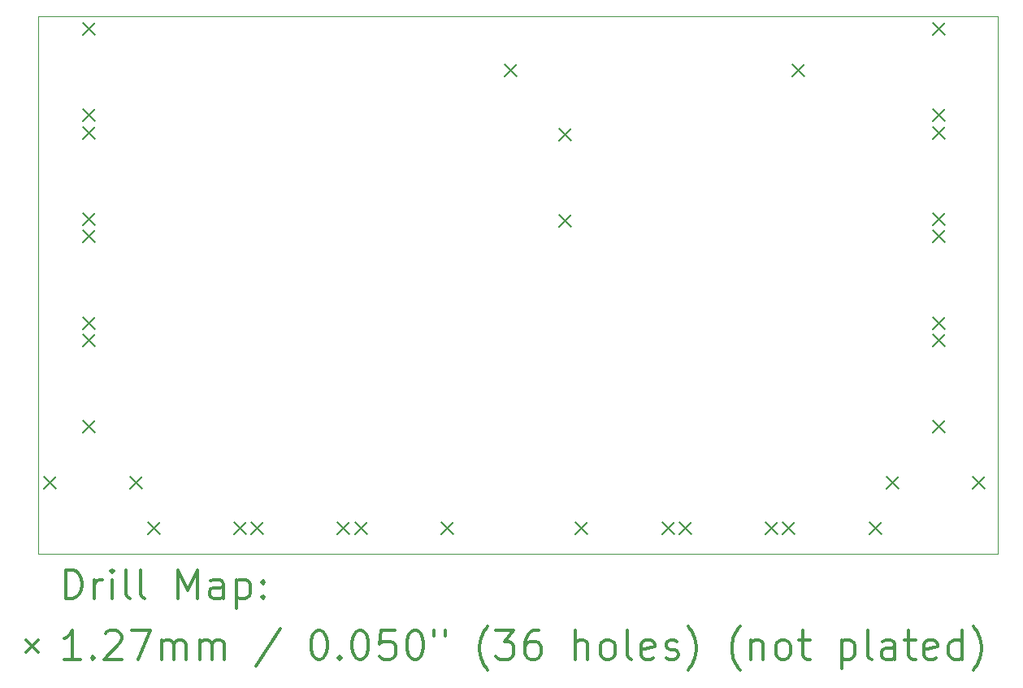
<source format=gbr>
%FSLAX45Y45*%
G04 Gerber Fmt 4.5, Leading zero omitted, Abs format (unit mm)*
G04 Created by KiCad (PCBNEW (5.1.4)-1) date 2021-11-29 21:01:01*
%MOMM*%
%LPD*%
G04 APERTURE LIST*
%ADD10C,0.100000*%
%ADD11C,0.200000*%
%ADD12C,0.300000*%
G04 APERTURE END LIST*
D10*
X21880000Y-6450000D02*
X11880000Y-6450000D01*
X21880000Y-12040000D02*
X21880000Y-6450000D01*
X11880000Y-12040000D02*
X21880000Y-12040000D01*
X11880000Y-12040000D02*
X11880000Y-6450000D01*
D11*
X21202500Y-8676500D02*
X21329500Y-8803500D01*
X21329500Y-8676500D02*
X21202500Y-8803500D01*
X21202500Y-9576500D02*
X21329500Y-9703500D01*
X21329500Y-9576500D02*
X21202500Y-9703500D01*
X12340500Y-9756500D02*
X12467500Y-9883500D01*
X12467500Y-9756500D02*
X12340500Y-9883500D01*
X12340500Y-10656500D02*
X12467500Y-10783500D01*
X12467500Y-10656500D02*
X12340500Y-10783500D01*
X21202500Y-6516500D02*
X21329500Y-6643500D01*
X21329500Y-6516500D02*
X21202500Y-6643500D01*
X21202500Y-7416500D02*
X21329500Y-7543500D01*
X21329500Y-7416500D02*
X21202500Y-7543500D01*
X14096500Y-11712500D02*
X14223500Y-11839500D01*
X14223500Y-11712500D02*
X14096500Y-11839500D01*
X14996500Y-11712500D02*
X15123500Y-11839500D01*
X15123500Y-11712500D02*
X14996500Y-11839500D01*
X13016500Y-11712500D02*
X13143500Y-11839500D01*
X13143500Y-11712500D02*
X13016500Y-11839500D01*
X13916500Y-11712500D02*
X14043500Y-11839500D01*
X14043500Y-11712500D02*
X13916500Y-11839500D01*
X17476500Y-11712500D02*
X17603500Y-11839500D01*
X17603500Y-11712500D02*
X17476500Y-11839500D01*
X18376500Y-11712500D02*
X18503500Y-11839500D01*
X18503500Y-11712500D02*
X18376500Y-11839500D01*
X12340500Y-6516500D02*
X12467500Y-6643500D01*
X12467500Y-6516500D02*
X12340500Y-6643500D01*
X12340500Y-7416500D02*
X12467500Y-7543500D01*
X12467500Y-7416500D02*
X12340500Y-7543500D01*
X18556500Y-11712500D02*
X18683500Y-11839500D01*
X18683500Y-11712500D02*
X18556500Y-11839500D01*
X19456500Y-11712500D02*
X19583500Y-11839500D01*
X19583500Y-11712500D02*
X19456500Y-11839500D01*
X17302500Y-7616500D02*
X17429500Y-7743500D01*
X17429500Y-7616500D02*
X17302500Y-7743500D01*
X17302500Y-8516500D02*
X17429500Y-8643500D01*
X17429500Y-8516500D02*
X17302500Y-8643500D01*
X12340500Y-8676500D02*
X12467500Y-8803500D01*
X12467500Y-8676500D02*
X12340500Y-8803500D01*
X12340500Y-9576500D02*
X12467500Y-9703500D01*
X12467500Y-9576500D02*
X12340500Y-9703500D01*
X21202500Y-7596500D02*
X21329500Y-7723500D01*
X21329500Y-7596500D02*
X21202500Y-7723500D01*
X21202500Y-8496500D02*
X21329500Y-8623500D01*
X21329500Y-8496500D02*
X21202500Y-8623500D01*
X12340500Y-7596500D02*
X12467500Y-7723500D01*
X12467500Y-7596500D02*
X12340500Y-7723500D01*
X12340500Y-8496500D02*
X12467500Y-8623500D01*
X12467500Y-8496500D02*
X12340500Y-8623500D01*
X21202500Y-9756500D02*
X21329500Y-9883500D01*
X21329500Y-9756500D02*
X21202500Y-9883500D01*
X21202500Y-10656500D02*
X21329500Y-10783500D01*
X21329500Y-10656500D02*
X21202500Y-10783500D01*
X11936500Y-11240500D02*
X12063500Y-11367500D01*
X12063500Y-11240500D02*
X11936500Y-11367500D01*
X12836500Y-11240500D02*
X12963500Y-11367500D01*
X12963500Y-11240500D02*
X12836500Y-11367500D01*
X15176500Y-11712500D02*
X15303500Y-11839500D01*
X15303500Y-11712500D02*
X15176500Y-11839500D01*
X16076500Y-11712500D02*
X16203500Y-11839500D01*
X16203500Y-11712500D02*
X16076500Y-11839500D01*
X19636500Y-11712500D02*
X19763500Y-11839500D01*
X19763500Y-11712500D02*
X19636500Y-11839500D01*
X20536500Y-11712500D02*
X20663500Y-11839500D01*
X20663500Y-11712500D02*
X20536500Y-11839500D01*
X16736500Y-6950500D02*
X16863500Y-7077500D01*
X16863500Y-6950500D02*
X16736500Y-7077500D01*
X19736500Y-6950500D02*
X19863500Y-7077500D01*
X19863500Y-6950500D02*
X19736500Y-7077500D01*
X20716500Y-11240500D02*
X20843500Y-11367500D01*
X20843500Y-11240500D02*
X20716500Y-11367500D01*
X21616500Y-11240500D02*
X21743500Y-11367500D01*
X21743500Y-11240500D02*
X21616500Y-11367500D01*
D12*
X12161428Y-12510714D02*
X12161428Y-12210714D01*
X12232857Y-12210714D01*
X12275714Y-12225000D01*
X12304286Y-12253571D01*
X12318571Y-12282143D01*
X12332857Y-12339286D01*
X12332857Y-12382143D01*
X12318571Y-12439286D01*
X12304286Y-12467857D01*
X12275714Y-12496429D01*
X12232857Y-12510714D01*
X12161428Y-12510714D01*
X12461428Y-12510714D02*
X12461428Y-12310714D01*
X12461428Y-12367857D02*
X12475714Y-12339286D01*
X12490000Y-12325000D01*
X12518571Y-12310714D01*
X12547143Y-12310714D01*
X12647143Y-12510714D02*
X12647143Y-12310714D01*
X12647143Y-12210714D02*
X12632857Y-12225000D01*
X12647143Y-12239286D01*
X12661428Y-12225000D01*
X12647143Y-12210714D01*
X12647143Y-12239286D01*
X12832857Y-12510714D02*
X12804286Y-12496429D01*
X12790000Y-12467857D01*
X12790000Y-12210714D01*
X12990000Y-12510714D02*
X12961428Y-12496429D01*
X12947143Y-12467857D01*
X12947143Y-12210714D01*
X13332857Y-12510714D02*
X13332857Y-12210714D01*
X13432857Y-12425000D01*
X13532857Y-12210714D01*
X13532857Y-12510714D01*
X13804286Y-12510714D02*
X13804286Y-12353571D01*
X13790000Y-12325000D01*
X13761428Y-12310714D01*
X13704286Y-12310714D01*
X13675714Y-12325000D01*
X13804286Y-12496429D02*
X13775714Y-12510714D01*
X13704286Y-12510714D01*
X13675714Y-12496429D01*
X13661428Y-12467857D01*
X13661428Y-12439286D01*
X13675714Y-12410714D01*
X13704286Y-12396429D01*
X13775714Y-12396429D01*
X13804286Y-12382143D01*
X13947143Y-12310714D02*
X13947143Y-12610714D01*
X13947143Y-12325000D02*
X13975714Y-12310714D01*
X14032857Y-12310714D01*
X14061428Y-12325000D01*
X14075714Y-12339286D01*
X14090000Y-12367857D01*
X14090000Y-12453571D01*
X14075714Y-12482143D01*
X14061428Y-12496429D01*
X14032857Y-12510714D01*
X13975714Y-12510714D01*
X13947143Y-12496429D01*
X14218571Y-12482143D02*
X14232857Y-12496429D01*
X14218571Y-12510714D01*
X14204286Y-12496429D01*
X14218571Y-12482143D01*
X14218571Y-12510714D01*
X14218571Y-12325000D02*
X14232857Y-12339286D01*
X14218571Y-12353571D01*
X14204286Y-12339286D01*
X14218571Y-12325000D01*
X14218571Y-12353571D01*
X11748000Y-12941500D02*
X11875000Y-13068500D01*
X11875000Y-12941500D02*
X11748000Y-13068500D01*
X12318571Y-13140714D02*
X12147143Y-13140714D01*
X12232857Y-13140714D02*
X12232857Y-12840714D01*
X12204286Y-12883571D01*
X12175714Y-12912143D01*
X12147143Y-12926429D01*
X12447143Y-13112143D02*
X12461428Y-13126429D01*
X12447143Y-13140714D01*
X12432857Y-13126429D01*
X12447143Y-13112143D01*
X12447143Y-13140714D01*
X12575714Y-12869286D02*
X12590000Y-12855000D01*
X12618571Y-12840714D01*
X12690000Y-12840714D01*
X12718571Y-12855000D01*
X12732857Y-12869286D01*
X12747143Y-12897857D01*
X12747143Y-12926429D01*
X12732857Y-12969286D01*
X12561428Y-13140714D01*
X12747143Y-13140714D01*
X12847143Y-12840714D02*
X13047143Y-12840714D01*
X12918571Y-13140714D01*
X13161428Y-13140714D02*
X13161428Y-12940714D01*
X13161428Y-12969286D02*
X13175714Y-12955000D01*
X13204286Y-12940714D01*
X13247143Y-12940714D01*
X13275714Y-12955000D01*
X13290000Y-12983571D01*
X13290000Y-13140714D01*
X13290000Y-12983571D02*
X13304286Y-12955000D01*
X13332857Y-12940714D01*
X13375714Y-12940714D01*
X13404286Y-12955000D01*
X13418571Y-12983571D01*
X13418571Y-13140714D01*
X13561428Y-13140714D02*
X13561428Y-12940714D01*
X13561428Y-12969286D02*
X13575714Y-12955000D01*
X13604286Y-12940714D01*
X13647143Y-12940714D01*
X13675714Y-12955000D01*
X13690000Y-12983571D01*
X13690000Y-13140714D01*
X13690000Y-12983571D02*
X13704286Y-12955000D01*
X13732857Y-12940714D01*
X13775714Y-12940714D01*
X13804286Y-12955000D01*
X13818571Y-12983571D01*
X13818571Y-13140714D01*
X14404286Y-12826429D02*
X14147143Y-13212143D01*
X14790000Y-12840714D02*
X14818571Y-12840714D01*
X14847143Y-12855000D01*
X14861428Y-12869286D01*
X14875714Y-12897857D01*
X14890000Y-12955000D01*
X14890000Y-13026429D01*
X14875714Y-13083571D01*
X14861428Y-13112143D01*
X14847143Y-13126429D01*
X14818571Y-13140714D01*
X14790000Y-13140714D01*
X14761428Y-13126429D01*
X14747143Y-13112143D01*
X14732857Y-13083571D01*
X14718571Y-13026429D01*
X14718571Y-12955000D01*
X14732857Y-12897857D01*
X14747143Y-12869286D01*
X14761428Y-12855000D01*
X14790000Y-12840714D01*
X15018571Y-13112143D02*
X15032857Y-13126429D01*
X15018571Y-13140714D01*
X15004286Y-13126429D01*
X15018571Y-13112143D01*
X15018571Y-13140714D01*
X15218571Y-12840714D02*
X15247143Y-12840714D01*
X15275714Y-12855000D01*
X15290000Y-12869286D01*
X15304286Y-12897857D01*
X15318571Y-12955000D01*
X15318571Y-13026429D01*
X15304286Y-13083571D01*
X15290000Y-13112143D01*
X15275714Y-13126429D01*
X15247143Y-13140714D01*
X15218571Y-13140714D01*
X15190000Y-13126429D01*
X15175714Y-13112143D01*
X15161428Y-13083571D01*
X15147143Y-13026429D01*
X15147143Y-12955000D01*
X15161428Y-12897857D01*
X15175714Y-12869286D01*
X15190000Y-12855000D01*
X15218571Y-12840714D01*
X15590000Y-12840714D02*
X15447143Y-12840714D01*
X15432857Y-12983571D01*
X15447143Y-12969286D01*
X15475714Y-12955000D01*
X15547143Y-12955000D01*
X15575714Y-12969286D01*
X15590000Y-12983571D01*
X15604286Y-13012143D01*
X15604286Y-13083571D01*
X15590000Y-13112143D01*
X15575714Y-13126429D01*
X15547143Y-13140714D01*
X15475714Y-13140714D01*
X15447143Y-13126429D01*
X15432857Y-13112143D01*
X15790000Y-12840714D02*
X15818571Y-12840714D01*
X15847143Y-12855000D01*
X15861428Y-12869286D01*
X15875714Y-12897857D01*
X15890000Y-12955000D01*
X15890000Y-13026429D01*
X15875714Y-13083571D01*
X15861428Y-13112143D01*
X15847143Y-13126429D01*
X15818571Y-13140714D01*
X15790000Y-13140714D01*
X15761428Y-13126429D01*
X15747143Y-13112143D01*
X15732857Y-13083571D01*
X15718571Y-13026429D01*
X15718571Y-12955000D01*
X15732857Y-12897857D01*
X15747143Y-12869286D01*
X15761428Y-12855000D01*
X15790000Y-12840714D01*
X16004286Y-12840714D02*
X16004286Y-12897857D01*
X16118571Y-12840714D02*
X16118571Y-12897857D01*
X16561428Y-13255000D02*
X16547143Y-13240714D01*
X16518571Y-13197857D01*
X16504286Y-13169286D01*
X16490000Y-13126429D01*
X16475714Y-13055000D01*
X16475714Y-12997857D01*
X16490000Y-12926429D01*
X16504286Y-12883571D01*
X16518571Y-12855000D01*
X16547143Y-12812143D01*
X16561428Y-12797857D01*
X16647143Y-12840714D02*
X16832857Y-12840714D01*
X16732857Y-12955000D01*
X16775714Y-12955000D01*
X16804286Y-12969286D01*
X16818571Y-12983571D01*
X16832857Y-13012143D01*
X16832857Y-13083571D01*
X16818571Y-13112143D01*
X16804286Y-13126429D01*
X16775714Y-13140714D01*
X16690000Y-13140714D01*
X16661428Y-13126429D01*
X16647143Y-13112143D01*
X17090000Y-12840714D02*
X17032857Y-12840714D01*
X17004286Y-12855000D01*
X16990000Y-12869286D01*
X16961428Y-12912143D01*
X16947143Y-12969286D01*
X16947143Y-13083571D01*
X16961428Y-13112143D01*
X16975714Y-13126429D01*
X17004286Y-13140714D01*
X17061428Y-13140714D01*
X17090000Y-13126429D01*
X17104286Y-13112143D01*
X17118571Y-13083571D01*
X17118571Y-13012143D01*
X17104286Y-12983571D01*
X17090000Y-12969286D01*
X17061428Y-12955000D01*
X17004286Y-12955000D01*
X16975714Y-12969286D01*
X16961428Y-12983571D01*
X16947143Y-13012143D01*
X17475714Y-13140714D02*
X17475714Y-12840714D01*
X17604286Y-13140714D02*
X17604286Y-12983571D01*
X17590000Y-12955000D01*
X17561428Y-12940714D01*
X17518571Y-12940714D01*
X17490000Y-12955000D01*
X17475714Y-12969286D01*
X17790000Y-13140714D02*
X17761428Y-13126429D01*
X17747143Y-13112143D01*
X17732857Y-13083571D01*
X17732857Y-12997857D01*
X17747143Y-12969286D01*
X17761428Y-12955000D01*
X17790000Y-12940714D01*
X17832857Y-12940714D01*
X17861428Y-12955000D01*
X17875714Y-12969286D01*
X17890000Y-12997857D01*
X17890000Y-13083571D01*
X17875714Y-13112143D01*
X17861428Y-13126429D01*
X17832857Y-13140714D01*
X17790000Y-13140714D01*
X18061428Y-13140714D02*
X18032857Y-13126429D01*
X18018571Y-13097857D01*
X18018571Y-12840714D01*
X18290000Y-13126429D02*
X18261428Y-13140714D01*
X18204286Y-13140714D01*
X18175714Y-13126429D01*
X18161428Y-13097857D01*
X18161428Y-12983571D01*
X18175714Y-12955000D01*
X18204286Y-12940714D01*
X18261428Y-12940714D01*
X18290000Y-12955000D01*
X18304286Y-12983571D01*
X18304286Y-13012143D01*
X18161428Y-13040714D01*
X18418571Y-13126429D02*
X18447143Y-13140714D01*
X18504286Y-13140714D01*
X18532857Y-13126429D01*
X18547143Y-13097857D01*
X18547143Y-13083571D01*
X18532857Y-13055000D01*
X18504286Y-13040714D01*
X18461428Y-13040714D01*
X18432857Y-13026429D01*
X18418571Y-12997857D01*
X18418571Y-12983571D01*
X18432857Y-12955000D01*
X18461428Y-12940714D01*
X18504286Y-12940714D01*
X18532857Y-12955000D01*
X18647143Y-13255000D02*
X18661428Y-13240714D01*
X18690000Y-13197857D01*
X18704286Y-13169286D01*
X18718571Y-13126429D01*
X18732857Y-13055000D01*
X18732857Y-12997857D01*
X18718571Y-12926429D01*
X18704286Y-12883571D01*
X18690000Y-12855000D01*
X18661428Y-12812143D01*
X18647143Y-12797857D01*
X19190000Y-13255000D02*
X19175714Y-13240714D01*
X19147143Y-13197857D01*
X19132857Y-13169286D01*
X19118571Y-13126429D01*
X19104286Y-13055000D01*
X19104286Y-12997857D01*
X19118571Y-12926429D01*
X19132857Y-12883571D01*
X19147143Y-12855000D01*
X19175714Y-12812143D01*
X19190000Y-12797857D01*
X19304286Y-12940714D02*
X19304286Y-13140714D01*
X19304286Y-12969286D02*
X19318571Y-12955000D01*
X19347143Y-12940714D01*
X19390000Y-12940714D01*
X19418571Y-12955000D01*
X19432857Y-12983571D01*
X19432857Y-13140714D01*
X19618571Y-13140714D02*
X19590000Y-13126429D01*
X19575714Y-13112143D01*
X19561428Y-13083571D01*
X19561428Y-12997857D01*
X19575714Y-12969286D01*
X19590000Y-12955000D01*
X19618571Y-12940714D01*
X19661428Y-12940714D01*
X19690000Y-12955000D01*
X19704286Y-12969286D01*
X19718571Y-12997857D01*
X19718571Y-13083571D01*
X19704286Y-13112143D01*
X19690000Y-13126429D01*
X19661428Y-13140714D01*
X19618571Y-13140714D01*
X19804286Y-12940714D02*
X19918571Y-12940714D01*
X19847143Y-12840714D02*
X19847143Y-13097857D01*
X19861428Y-13126429D01*
X19890000Y-13140714D01*
X19918571Y-13140714D01*
X20247143Y-12940714D02*
X20247143Y-13240714D01*
X20247143Y-12955000D02*
X20275714Y-12940714D01*
X20332857Y-12940714D01*
X20361428Y-12955000D01*
X20375714Y-12969286D01*
X20390000Y-12997857D01*
X20390000Y-13083571D01*
X20375714Y-13112143D01*
X20361428Y-13126429D01*
X20332857Y-13140714D01*
X20275714Y-13140714D01*
X20247143Y-13126429D01*
X20561428Y-13140714D02*
X20532857Y-13126429D01*
X20518571Y-13097857D01*
X20518571Y-12840714D01*
X20804286Y-13140714D02*
X20804286Y-12983571D01*
X20790000Y-12955000D01*
X20761428Y-12940714D01*
X20704286Y-12940714D01*
X20675714Y-12955000D01*
X20804286Y-13126429D02*
X20775714Y-13140714D01*
X20704286Y-13140714D01*
X20675714Y-13126429D01*
X20661428Y-13097857D01*
X20661428Y-13069286D01*
X20675714Y-13040714D01*
X20704286Y-13026429D01*
X20775714Y-13026429D01*
X20804286Y-13012143D01*
X20904286Y-12940714D02*
X21018571Y-12940714D01*
X20947143Y-12840714D02*
X20947143Y-13097857D01*
X20961428Y-13126429D01*
X20990000Y-13140714D01*
X21018571Y-13140714D01*
X21232857Y-13126429D02*
X21204286Y-13140714D01*
X21147143Y-13140714D01*
X21118571Y-13126429D01*
X21104286Y-13097857D01*
X21104286Y-12983571D01*
X21118571Y-12955000D01*
X21147143Y-12940714D01*
X21204286Y-12940714D01*
X21232857Y-12955000D01*
X21247143Y-12983571D01*
X21247143Y-13012143D01*
X21104286Y-13040714D01*
X21504286Y-13140714D02*
X21504286Y-12840714D01*
X21504286Y-13126429D02*
X21475714Y-13140714D01*
X21418571Y-13140714D01*
X21390000Y-13126429D01*
X21375714Y-13112143D01*
X21361428Y-13083571D01*
X21361428Y-12997857D01*
X21375714Y-12969286D01*
X21390000Y-12955000D01*
X21418571Y-12940714D01*
X21475714Y-12940714D01*
X21504286Y-12955000D01*
X21618571Y-13255000D02*
X21632857Y-13240714D01*
X21661428Y-13197857D01*
X21675714Y-13169286D01*
X21690000Y-13126429D01*
X21704286Y-13055000D01*
X21704286Y-12997857D01*
X21690000Y-12926429D01*
X21675714Y-12883571D01*
X21661428Y-12855000D01*
X21632857Y-12812143D01*
X21618571Y-12797857D01*
M02*

</source>
